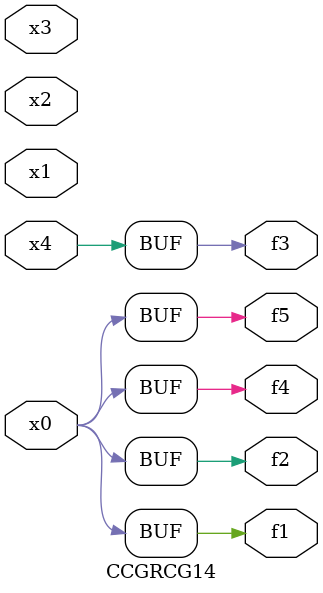
<source format=v>
module CCGRCG14(
	input x0, x1, x2, x3, x4,
	output f1, f2, f3, f4, f5
);
	assign f1 = x0;
	assign f2 = x0;
	assign f3 = x4;
	assign f4 = x0;
	assign f5 = x0;
endmodule

</source>
